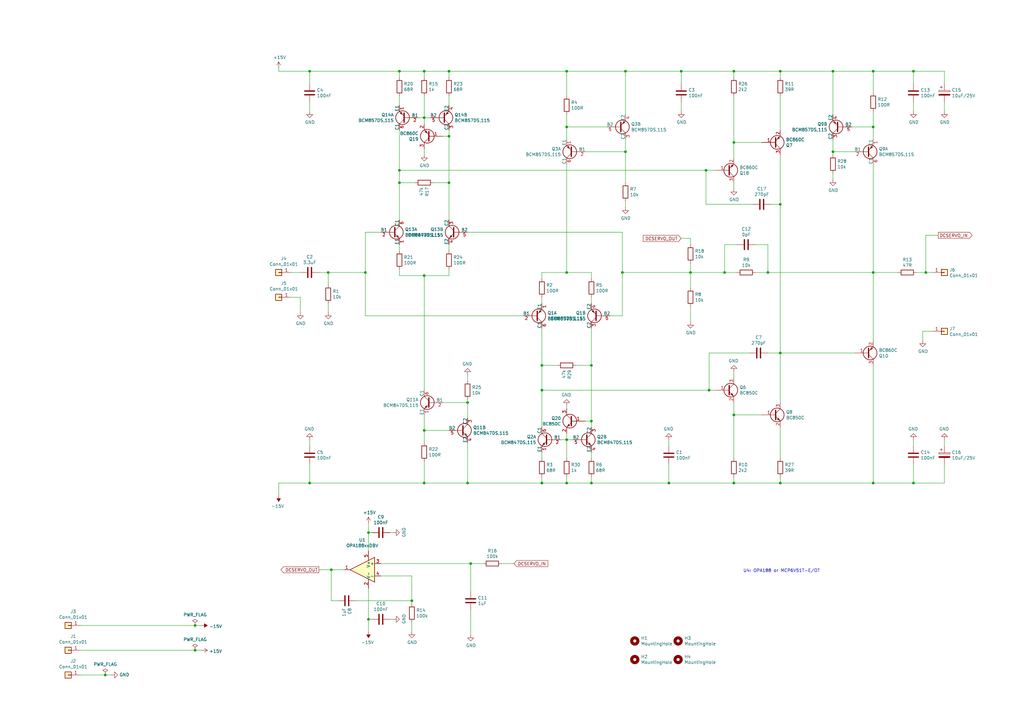
<source format=kicad_sch>
(kicad_sch (version 20211123) (generator eeschema)
  (paper "A3")
  (title_block (title "Discrete Pre-Amp Symetric with DC servo") (date "2021-07-28") (rev "V2b"))
  (lib_symbols
    (symbol "Amplifier_Operational:OPA188xxDBV" (pin_names (offset 0.127))
      (property "Reference" "U" (at 0 5.08 0))
      (property "Value" "OPA188xxDBV" (at 0 -5.08 0))
      (symbol "OPA188xxDBV_0_1"
        (polyline (pts (xy -5.08 5.08) (xy 5.08 0) (xy -5.08 -5.08) (xy -5.08 5.08)) (stroke (width 0.254)) (fill (type background)))
        (pin power_in line (at -2.54 -7.62 90) (length 3.81) (name "V-") (number "2"))
        (pin power_in line (at -2.54 7.62 270) (length 3.81) (name "V+") (number "5"))
      )
      (symbol "OPA188xxDBV_1_1"
        (pin output line (at 7.62 0 180) (length 2.54) (name "~") (number "1"))
        (pin input line (at -7.62 2.54 0) (length 2.54) (name "+") (number "3"))
        (pin input line (at -7.62 -2.54 0) (length 2.54) (name "-") (number "4"))
      )
    )
    (symbol "Connector_Generic:Conn_01x01" (pin_names (offset 1.016) hide)
      (property "Reference" "J" (at 0 2.54 0))
      (property "Value" "Conn_01x01" (at 0 -2.54 0))
      (symbol "Conn_01x01_1_1"
        (rectangle (start -1.27 0.127) (end 0 -0.127) (stroke (width 0.1524)))
        (rectangle (start -1.27 1.27) (end 1.27 -1.27) (stroke (width 0.254)) (fill (type background)))
        (pin passive line (at -5.08 0 0) (length 3.81) (name "Pin_1") (number "1"))
      )
    )
    (symbol "Device:C" (pin_numbers hide) (pin_names (offset 0.254))
      (property "Reference" "C" (at 0.635 2.54 0))
      (property "Value" "C" (at 0.635 -2.54 0))
      (symbol "C_0_1"
        (polyline (pts (xy -2.032 -0.762) (xy 2.032 -0.762)) (stroke (width 0.508)))
        (polyline (pts (xy -2.032 0.762) (xy 2.032 0.762)) (stroke (width 0.508)))
      )
      (symbol "C_1_1"
        (pin passive line (at 0 3.81 270) (length 2.794) (name "~") (number "1"))
        (pin passive line (at 0 -3.81 90) (length 2.794) (name "~") (number "2"))
      )
    )
    (symbol "Device:C_Polarized" (pin_numbers hide) (pin_names (offset 0.254))
      (property "Reference" "C" (at 0.635 2.54 0))
      (property "Value" "C_Polarized" (at 0.635 -2.54 0))
      (symbol "C_Polarized_0_1"
        (rectangle (start -2.286 0.508) (end 2.286 1.016))
        (polyline (pts (xy -1.778 2.286) (xy -0.762 2.286)))
        (polyline (pts (xy -1.27 2.794) (xy -1.27 1.778)))
        (rectangle (start 2.286 -0.508) (end -2.286 -1.016) (fill (type outline)))
      )
      (symbol "C_Polarized_1_1"
        (pin passive line (at 0 3.81 270) (length 2.794) (name "~") (number "1"))
        (pin passive line (at 0 -3.81 90) (length 2.794) (name "~") (number "2"))
      )
    )
    (symbol "Device:R" (pin_numbers hide) (pin_names (offset 0))
      (property "Reference" "R" (at 2.032 0 90))
      (property "Value" "R" (at 0 0 90))
      (symbol "R_0_1"
        (rectangle (start -1.016 -2.54) (end 1.016 2.54) (stroke (width 0.254)))
      )
      (symbol "R_1_1"
        (pin passive line (at 0 3.81 270) (length 1.27) (name "~") (number "1"))
        (pin passive line (at 0 -3.81 90) (length 1.27) (name "~") (number "2"))
      )
    )
    (symbol "Mechanical:MountingHole" (pin_names (offset 1.016))
      (property "Reference" "H" (at 0 5.08 0))
      (property "Value" "MountingHole" (at 0 3.175 0))
      (symbol "MountingHole_0_1"
        (circle (center 0 0) (radius 1.27) (stroke (width 1.27)))
      )
    )
    (symbol "Transistor_BJT:BC850" (pin_names (offset 0) hide)
      (property "Reference" "Q" (at 5.08 1.905 0))
      (property "Value" "BC850" (at 5.08 0 0))
      (symbol "BC850_0_1"
        (polyline (pts (xy 0.635 0.635) (xy 2.54 2.54)))
        (polyline (pts (xy 0.635 -0.635) (xy 2.54 -2.54) (xy 2.54 -2.54)))
        (polyline (pts (xy 0.635 1.905) (xy 0.635 -1.905) (xy 0.635 -1.905)) (stroke (width 0.508)))
        (polyline (pts (xy 1.27 -1.778) (xy 1.778 -1.27) (xy 2.286 -2.286) (xy 1.27 -1.778) (xy 1.27 -1.778)) (fill (type outline)))
        (circle (center 1.27 0) (radius 2.8194) (stroke (width 0.254)))
      )
      (symbol "BC850_1_1"
        (pin input line (at -5.08 0 0) (length 5.715) (name "B") (number "1"))
        (pin passive line (at 2.54 -5.08 90) (length 2.54) (name "E") (number "2"))
        (pin passive line (at 2.54 5.08 270) (length 2.54) (name "C") (number "3"))
      )
    )
    (symbol "Transistor_BJT:BC860" (pin_names (offset 0) hide)
      (property "Reference" "Q" (at 5.08 1.905 0))
      (property "Value" "BC860" (at 5.08 0 0))
      (symbol "BC860_0_1"
        (polyline (pts (xy 0.635 0.635) (xy 2.54 2.54)))
        (polyline (pts (xy 0.635 -0.635) (xy 2.54 -2.54) (xy 2.54 -2.54)))
        (polyline (pts (xy 0.635 1.905) (xy 0.635 -1.905) (xy 0.635 -1.905)) (stroke (width 0.508)))
        (polyline (pts (xy 2.286 -1.778) (xy 1.778 -2.286) (xy 1.27 -1.27) (xy 2.286 -1.778) (xy 2.286 -1.778)) (fill (type outline)))
        (circle (center 1.27 0) (radius 2.8194) (stroke (width 0.254)))
      )
      (symbol "BC860_1_1"
        (pin input line (at -5.08 0 0) (length 5.715) (name "B") (number "1"))
        (pin passive line (at 2.54 -5.08 90) (length 2.54) (name "E") (number "2"))
        (pin passive line (at 2.54 5.08 270) (length 2.54) (name "C") (number "3"))
      )
    )
    (symbol "kicad-snk:BCM847DS,115" (pin_names (offset 0))
      (property "Reference" "Q" (at 5.08 1.27 0))
      (property "Value" "BCM847DS,115" (at 5.08 -1.27 0))
      (symbol "BCM847DS,115_0_1"
        (polyline (pts (xy 0.635 0) (xy -2.54 0)))
        (polyline (pts (xy 0.635 0.635) (xy 2.54 2.54)))
        (polyline (pts (xy 0.635 -0.635) (xy 2.54 -2.54) (xy 2.54 -2.54)))
        (polyline (pts (xy 0.635 1.905) (xy 0.635 -1.905) (xy 0.635 -1.905)) (stroke (width 0.508)))
        (polyline (pts (xy 1.27 -1.778) (xy 1.778 -1.27) (xy 2.286 -2.286) (xy 1.27 -1.778) (xy 1.27 -1.778)) (fill (type outline)))
        (circle (center 1.27 0) (radius 2.8194) (stroke (width 0.254)))
      )
      (symbol "BCM847DS,115_1_1"
        (pin passive line (at 2.54 -5.08 90) (length 2.54) (name "E1") (number "1"))
        (pin input line (at -5.08 0 0) (length 2.54) (name "B1") (number "2"))
        (pin passive line (at 2.54 5.08 270) (length 2.54) (name "C1") (number "6"))
      )
      (symbol "BCM847DS,115_2_1"
        (pin passive line (at 2.54 5.08 270) (length 2.54) (name "C2") (number "3"))
        (pin passive line (at 2.54 -5.08 90) (length 2.54) (name "E2") (number "4"))
        (pin input line (at -5.08 0 0) (length 2.54) (name "B2") (number "5"))
      )
    )
    (symbol "kicad-snk:BCM857DS,115" (pin_names (offset 0))
      (property "Reference" "Q" (at 5.08 1.27 0))
      (property "Value" "BCM857DS,115" (at 5.08 -1.27 0))
      (symbol "BCM857DS,115_0_1"
        (polyline (pts (xy 0.635 0) (xy -2.54 0)))
        (polyline (pts (xy 0.635 0.635) (xy 2.54 2.54)))
        (polyline (pts (xy 0.635 -0.635) (xy 2.54 -2.54) (xy 2.54 -2.54)))
        (polyline (pts (xy 0.635 1.905) (xy 0.635 -1.905) (xy 0.635 -1.905)) (stroke (width 0.508)))
        (polyline (pts (xy 2.286 -1.778) (xy 1.778 -2.286) (xy 1.27 -1.27) (xy 2.286 -1.778) (xy 2.286 -1.778)) (fill (type outline)))
        (circle (center 1.27 0) (radius 2.8194) (stroke (width 0.254)))
      )
      (symbol "BCM857DS,115_1_1"
        (pin passive line (at 2.54 -5.08 90) (length 2.54) (name "E1") (number "1"))
        (pin input line (at -5.08 0 0) (length 2.54) (name "B1") (number "2"))
        (pin passive line (at 2.54 5.08 270) (length 2.54) (name "C1") (number "6"))
      )
      (symbol "BCM857DS,115_2_1"
        (pin passive line (at 2.54 5.08 270) (length 2.54) (name "C2") (number "3"))
        (pin passive line (at 2.54 -5.08 90) (length 2.54) (name "E2") (number "4"))
        (pin input line (at -5.08 0 0) (length 2.54) (name "B2") (number "5"))
      )
    )
    (symbol "power:+15V" (power) (pin_names (offset 0))
      (property "Value" "+15V" (at 0 3.556 0))
      (symbol "+15V_0_1"
        (polyline (pts (xy -0.762 1.27) (xy 0 2.54)))
        (polyline (pts (xy 0 0) (xy 0 2.54)))
        (polyline (pts (xy 0 2.54) (xy 0.762 1.27)))
      )
      (symbol "+15V_1_1"
        (pin power_in line (at 0 0 90) (length 0) hide (name "+15V") (number "1"))
      )
    )
    (symbol "power:-15V" (power) (pin_names (offset 0))
      (property "Value" "-15V" (at 0 3.81 0))
      (symbol "-15V_0_0"
        (pin power_in line (at 0 0 90) (length 0) hide (name "-15V") (number "1"))
      )
      (symbol "-15V_0_1"
        (polyline (pts (xy 0 0) (xy 0 1.27) (xy 0.762 1.27) (xy 0 2.54) (xy -0.762 1.27) (xy 0 1.27)) (fill (type outline)))
      )
    )
    (symbol "power:GND" (power) (pin_names (offset 0))
      (property "Value" "GND" (at 0 -3.81 0))
      (symbol "GND_0_1"
        (polyline (pts (xy 0 0) (xy 0 -1.27) (xy 1.27 -1.27) (xy 0 -2.54) (xy -1.27 -1.27) (xy 0 -1.27)))
      )
      (symbol "GND_1_1"
        (pin power_in line (at 0 0 270) (length 0) hide (name "GND") (number "1"))
      )
    )
    (symbol "power:PWR_FLAG" (power) (pin_numbers hide) (pin_names (offset 0) hide)
      (property "Value" "PWR_FLAG" (at 0 3.81 0))
      (symbol "PWR_FLAG_0_0"
        (pin power_out line (at 0 0 90) (length 0) (name "pwr") (number "1"))
      )
      (symbol "PWR_FLAG_0_1"
        (polyline (pts (xy 0 0) (xy 0 1.27) (xy -1.016 1.905) (xy 0 2.54) (xy 1.016 1.905) (xy 0 1.27)))
      )
    )
  )
  (junction (at 191.77 165.1))
  (junction (at 184.15 74.93))
  (junction (at 151.13 254))
  (junction (at 232.41 198.12))
  (junction (at 134.62 111.76))
  (junction (at 379.73 111.76))
  (junction (at 191.77 198.12))
  (junction (at 163.83 74.93))
  (junction (at 193.04 231.14))
  (junction (at 290.83 160.02))
  (junction (at 341.63 29.21))
  (junction (at 242.57 149.86))
  (junction (at 173.99 48.26))
  (junction (at 374.65 198.12))
  (junction (at 242.57 172.72))
  (junction (at 80.01 266.7))
  (junction (at 222.25 160.02))
  (junction (at 184.15 55.88))
  (junction (at 300.99 170.18))
  (junction (at 184.15 29.21))
  (junction (at 358.14 198.12))
  (junction (at 358.14 52.07))
  (junction (at 232.41 52.07))
  (junction (at 320.04 83.82))
  (junction (at 43.18 276.86))
  (junction (at 320.04 198.12))
  (junction (at 255.27 111.76))
  (junction (at 297.18 111.76))
  (junction (at 163.83 29.21))
  (junction (at 149.86 111.76))
  (junction (at 314.96 111.76))
  (junction (at 256.54 62.23))
  (junction (at 232.41 111.76))
  (junction (at 232.41 180.34))
  (junction (at 135.89 233.68))
  (junction (at 279.4 29.21))
  (junction (at 222.25 198.12))
  (junction (at 320.04 144.78))
  (junction (at 168.91 246.38))
  (junction (at 300.99 198.12))
  (junction (at 173.99 176.53))
  (junction (at 320.04 29.21))
  (junction (at 289.56 69.85))
  (junction (at 300.99 29.21))
  (junction (at 173.99 113.03))
  (junction (at 173.99 29.21))
  (junction (at 358.14 29.21))
  (junction (at 374.65 29.21))
  (junction (at 222.25 149.86))
  (junction (at 274.32 198.12))
  (junction (at 256.54 29.21))
  (junction (at 127 198.12))
  (junction (at 300.99 58.42))
  (junction (at 242.57 198.12))
  (junction (at 173.99 198.12))
  (junction (at 151.13 218.44))
  (junction (at 163.83 69.85))
  (junction (at 127 29.21))
  (junction (at 358.14 111.76))
  (junction (at 232.41 29.21))
  (junction (at 341.63 62.23))
  (junction (at 80.01 256.54))
  (junction (at 283.21 111.76))
  (wire (pts (xy 232.41 198.12) (xy 222.25 198.12)))
  (wire (pts (xy 149.86 95.25) (xy 156.21 95.25)))
  (wire (pts (xy 387.35 182.88) (xy 387.35 180.34)))
  (wire (pts (xy 320.04 198.12) (xy 358.14 198.12)))
  (wire (pts (xy 242.57 124.46) (xy 242.57 121.92)))
  (wire (pts (xy 163.83 74.93) (xy 163.83 90.17)))
  (wire (pts (xy 214.63 129.54) (xy 149.86 129.54)))
  (wire (pts (xy 283.21 111.76) (xy 297.18 111.76)))
  (wire (pts (xy 312.42 170.18) (xy 300.99 170.18)))
  (wire (pts (xy 184.15 53.34) (xy 184.15 55.88)))
  (wire (pts (xy 135.89 246.38) (xy 135.89 233.68)))
  (wire (pts (xy 256.54 29.21) (xy 279.4 29.21)))
  (wire (pts (xy 114.3 203.2) (xy 114.3 198.12)))
  (wire (pts (xy 358.14 29.21) (xy 374.65 29.21)))
  (wire (pts (xy 232.41 195.58) (xy 232.41 198.12)))
  (wire (pts (xy 302.26 100.33) (xy 297.18 100.33)))
  (wire (pts (xy 184.15 113.03) (xy 173.99 113.03)))
  (wire (pts (xy 163.83 29.21) (xy 163.83 31.75)))
  (wire (pts (xy 314.96 100.33) (xy 314.96 111.76)))
  (wire (pts (xy 341.63 29.21) (xy 358.14 29.21)))
  (wire (pts (xy 307.34 144.78) (xy 290.83 144.78)))
  (wire (pts (xy 193.04 231.14) (xy 198.12 231.14)))
  (wire (pts (xy 127 34.29) (xy 127 29.21)))
  (wire (pts (xy 379.73 96.52) (xy 379.73 111.76)))
  (wire (pts (xy 173.99 48.26) (xy 176.53 48.26)))
  (wire (pts (xy 384.81 96.52) (xy 379.73 96.52)))
  (wire (pts (xy 242.57 187.96) (xy 242.57 185.42)))
  (wire (pts (xy 191.77 165.1) (xy 191.77 171.45)))
  (wire (pts (xy 358.14 52.07) (xy 349.25 52.07)))
  (wire (pts (xy 149.86 111.76) (xy 149.86 95.25)))
  (wire (pts (xy 191.77 181.61) (xy 191.77 198.12)))
  (wire (pts (xy 232.41 52.07) (xy 232.41 46.99)))
  (wire (pts (xy 184.15 176.53) (xy 173.99 176.53)))
  (wire (pts (xy 358.14 52.07) (xy 358.14 57.15)))
  (wire (pts (xy 274.32 198.12) (xy 300.99 198.12)))
  (wire (pts (xy 289.56 69.85) (xy 289.56 83.82)))
  (wire (pts (xy 170.18 74.93) (xy 163.83 74.93)))
  (wire (pts (xy 242.57 114.3) (xy 242.57 111.76)))
  (wire (pts (xy 300.99 170.18) (xy 300.99 187.96)))
  (wire (pts (xy 173.99 176.53) (xy 173.99 170.18)))
  (wire (pts (xy 297.18 111.76) (xy 302.26 111.76)))
  (wire (pts (xy 80.01 256.54) (xy 82.55 256.54)))
  (wire (pts (xy 184.15 29.21) (xy 184.15 31.75)))
  (wire (pts (xy 320.04 63.5) (xy 320.04 83.82)))
  (wire (pts (xy 191.77 156.21) (xy 191.77 153.67)))
  (wire (pts (xy 130.81 111.76) (xy 134.62 111.76)))
  (wire (pts (xy 242.57 198.12) (xy 242.57 195.58)))
  (wire (pts (xy 232.41 29.21) (xy 256.54 29.21)))
  (wire (pts (xy 130.81 233.68) (xy 135.89 233.68)))
  (wire (pts (xy 184.15 29.21) (xy 232.41 29.21)))
  (wire (pts (xy 379.73 111.76) (xy 382.27 111.76)))
  (wire (pts (xy 163.83 102.87) (xy 163.83 100.33)))
  (wire (pts (xy 161.29 254) (xy 160.02 254)))
  (wire (pts (xy 374.65 34.29) (xy 374.65 29.21)))
  (wire (pts (xy 358.14 38.1) (xy 358.14 29.21)))
  (wire (pts (xy 134.62 111.76) (xy 149.86 111.76)))
  (wire (pts (xy 232.41 180.34) (xy 232.41 177.8)))
  (wire (pts (xy 255.27 111.76) (xy 255.27 129.54)))
  (wire (pts (xy 232.41 57.15) (xy 232.41 52.07)))
  (wire (pts (xy 236.22 149.86) (xy 242.57 149.86)))
  (wire (pts (xy 123.19 128.27) (xy 123.19 121.92)))
  (wire (pts (xy 184.15 102.87) (xy 184.15 100.33)))
  (wire (pts (xy 341.63 63.5) (xy 341.63 62.23)))
  (wire (pts (xy 387.35 29.21) (xy 374.65 29.21)))
  (wire (pts (xy 173.99 31.75) (xy 173.99 29.21)))
  (wire (pts (xy 33.02 256.54) (xy 80.01 256.54)))
  (wire (pts (xy 387.35 198.12) (xy 374.65 198.12)))
  (wire (pts (xy 173.99 63.5) (xy 173.99 60.96)))
  (wire (pts (xy 300.99 154.94) (xy 300.99 152.4)))
  (wire (pts (xy 242.57 198.12) (xy 232.41 198.12)))
  (wire (pts (xy 341.63 73.66) (xy 341.63 71.12)))
  (wire (pts (xy 222.25 134.62) (xy 222.25 149.86)))
  (wire (pts (xy 163.83 113.03) (xy 163.83 110.49)))
  (wire (pts (xy 314.96 144.78) (xy 320.04 144.78)))
  (wire (pts (xy 222.25 160.02) (xy 290.83 160.02)))
  (wire (pts (xy 151.13 241.3) (xy 151.13 254)))
  (wire (pts (xy 274.32 198.12) (xy 274.32 190.5)))
  (wire (pts (xy 293.37 160.02) (xy 290.83 160.02)))
  (wire (pts (xy 242.57 172.72) (xy 242.57 175.26)))
  (wire (pts (xy 152.4 218.44) (xy 151.13 218.44)))
  (wire (pts (xy 222.25 111.76) (xy 232.41 111.76)))
  (wire (pts (xy 374.65 45.72) (xy 374.65 41.91)))
  (wire (pts (xy 358.14 52.07) (xy 358.14 45.72)))
  (wire (pts (xy 358.14 111.76) (xy 358.14 139.7)))
  (wire (pts (xy 256.54 74.93) (xy 256.54 62.23)))
  (wire (pts (xy 256.54 62.23) (xy 256.54 57.15)))
  (wire (pts (xy 300.99 170.18) (xy 300.99 165.1)))
  (wire (pts (xy 358.14 149.86) (xy 358.14 198.12)))
  (wire (pts (xy 320.04 83.82) (xy 320.04 144.78)))
  (wire (pts (xy 184.15 43.18) (xy 184.15 39.37)))
  (wire (pts (xy 161.29 218.44) (xy 160.02 218.44)))
  (wire (pts (xy 300.99 39.37) (xy 300.99 58.42)))
  (wire (pts (xy 320.04 39.37) (xy 320.04 53.34)))
  (wire (pts (xy 358.14 198.12) (xy 374.65 198.12)))
  (wire (pts (xy 255.27 95.25) (xy 255.27 111.76)))
  (wire (pts (xy 163.83 69.85) (xy 163.83 74.93)))
  (wire (pts (xy 191.77 198.12) (xy 222.25 198.12)))
  (wire (pts (xy 114.3 29.21) (xy 127 29.21)))
  (wire (pts (xy 43.18 276.86) (xy 45.72 276.86)))
  (wire (pts (xy 248.92 52.07) (xy 232.41 52.07)))
  (wire (pts (xy 232.41 180.34) (xy 229.87 180.34)))
  (wire (pts (xy 184.15 55.88) (xy 184.15 74.93)))
  (wire (pts (xy 300.99 31.75) (xy 300.99 29.21)))
  (wire (pts (xy 283.21 97.79) (xy 279.4 97.79)))
  (wire (pts (xy 256.54 46.99) (xy 256.54 29.21)))
  (wire (pts (xy 300.99 198.12) (xy 320.04 198.12)))
  (wire (pts (xy 293.37 69.85) (xy 289.56 69.85)))
  (wire (pts (xy 279.4 34.29) (xy 279.4 29.21)))
  (wire (pts (xy 232.41 39.37) (xy 232.41 29.21)))
  (wire (pts (xy 300.99 58.42) (xy 300.99 64.77)))
  (wire (pts (xy 283.21 100.33) (xy 283.21 97.79)))
  (wire (pts (xy 173.99 29.21) (xy 184.15 29.21)))
  (wire (pts (xy 320.04 29.21) (xy 341.63 29.21)))
  (wire (pts (xy 255.27 95.25) (xy 191.77 95.25)))
  (wire (pts (xy 163.83 43.18) (xy 163.83 39.37)))
  (wire (pts (xy 173.99 39.37) (xy 173.99 48.26)))
  (wire (pts (xy 127 29.21) (xy 163.83 29.21)))
  (wire (pts (xy 283.21 125.73) (xy 283.21 132.08)))
  (wire (pts (xy 181.61 165.1) (xy 191.77 165.1)))
  (wire (pts (xy 309.88 111.76) (xy 314.96 111.76)))
  (wire (pts (xy 163.83 69.85) (xy 289.56 69.85)))
  (wire (pts (xy 255.27 111.76) (xy 283.21 111.76)))
  (wire (pts (xy 138.43 246.38) (xy 135.89 246.38)))
  (wire (pts (xy 114.3 29.21) (xy 114.3 27.94)))
  (wire (pts (xy 320.04 29.21) (xy 300.99 29.21)))
  (wire (pts (xy 151.13 214.63) (xy 151.13 218.44)))
  (wire (pts (xy 193.04 260.35) (xy 193.04 250.19)))
  (wire (pts (xy 350.52 144.78) (xy 320.04 144.78)))
  (wire (pts (xy 308.61 83.82) (xy 289.56 83.82)))
  (wire (pts (xy 374.65 198.12) (xy 374.65 190.5)))
  (wire (pts (xy 151.13 218.44) (xy 151.13 226.06)))
  (wire (pts (xy 279.4 29.21) (xy 300.99 29.21)))
  (wire (pts (xy 320.04 31.75) (xy 320.04 29.21)))
  (wire (pts (xy 283.21 107.95) (xy 283.21 111.76)))
  (wire (pts (xy 234.95 180.34) (xy 232.41 180.34)))
  (wire (pts (xy 181.61 55.88) (xy 184.15 55.88)))
  (wire (pts (xy 300.99 195.58) (xy 300.99 198.12)))
  (wire (pts (xy 300.99 77.47) (xy 300.99 74.93)))
  (wire (pts (xy 222.25 124.46) (xy 222.25 121.92)))
  (wire (pts (xy 168.91 236.22) (xy 156.21 236.22)))
  (wire (pts (xy 242.57 134.62) (xy 242.57 149.86)))
  (wire (pts (xy 173.99 160.02) (xy 173.99 113.03)))
  (wire (pts (xy 173.99 48.26) (xy 171.45 48.26)))
  (wire (pts (xy 114.3 198.12) (xy 127 198.12)))
  (wire (pts (xy 134.62 116.84) (xy 134.62 111.76)))
  (wire (pts (xy 127 198.12) (xy 173.99 198.12)))
  (wire (pts (xy 320.04 144.78) (xy 320.04 165.1)))
  (wire (pts (xy 312.42 58.42) (xy 300.99 58.42)))
  (wire (pts (xy 240.03 62.23) (xy 256.54 62.23)))
  (wire (pts (xy 163.83 53.34) (xy 163.83 69.85)))
  (wire (pts (xy 152.4 254) (xy 151.13 254)))
  (wire (pts (xy 232.41 187.96) (xy 232.41 180.34)))
  (wire (pts (xy 163.83 29.21) (xy 173.99 29.21)))
  (wire (pts (xy 205.74 231.14) (xy 210.82 231.14)))
  (wire (pts (xy 193.04 242.57) (xy 193.04 231.14)))
  (wire (pts (xy 387.35 34.29) (xy 387.35 29.21)))
  (wire (pts (xy 222.25 187.96) (xy 222.25 185.42)))
  (wire (pts (xy 387.35 41.91) (xy 387.35 45.72)))
  (wire (pts (xy 316.23 83.82) (xy 320.04 83.82)))
  (wire (pts (xy 168.91 255.27) (xy 168.91 259.08)))
  (wire (pts (xy 149.86 129.54) (xy 149.86 111.76)))
  (wire (pts (xy 320.04 175.26) (xy 320.04 187.96)))
  (wire (pts (xy 358.14 111.76) (xy 368.3 111.76)))
  (wire (pts (xy 279.4 45.72) (xy 279.4 41.91)))
  (wire (pts (xy 184.15 113.03) (xy 184.15 110.49)))
  (wire (pts (xy 173.99 189.23) (xy 173.99 198.12)))
  (wire (pts (xy 33.02 276.86) (xy 43.18 276.86)))
  (wire (pts (xy 168.91 246.38) (xy 168.91 236.22)))
  (wire (pts (xy 283.21 111.76) (xy 283.21 118.11)))
  (wire (pts (xy 387.35 198.12) (xy 387.35 190.5)))
  (wire (pts (xy 297.18 100.33) (xy 297.18 111.76)))
  (wire (pts (xy 341.63 62.23) (xy 341.63 57.15)))
  (wire (pts (xy 341.63 46.99) (xy 341.63 29.21)))
  (wire (pts (xy 134.62 128.27) (xy 134.62 124.46)))
  (wire (pts (xy 290.83 144.78) (xy 290.83 160.02)))
  (wire (pts (xy 232.41 67.31) (xy 232.41 111.76)))
  (wire (pts (xy 374.65 182.88) (xy 374.65 180.34)))
  (wire (pts (xy 33.02 266.7) (xy 80.01 266.7)))
  (wire (pts (xy 191.77 163.83) (xy 191.77 165.1)))
  (wire (pts (xy 382.27 135.89) (xy 378.46 135.89)))
  (wire (pts (xy 173.99 50.8) (xy 173.99 48.26)))
  (wire (pts (xy 222.25 114.3) (xy 222.25 111.76)))
  (wire (pts (xy 127 45.72) (xy 127 41.91)))
  (wire (pts (xy 358.14 67.31) (xy 358.14 111.76)))
  (wire (pts (xy 127 182.88) (xy 127 180.34)))
  (wire (pts (xy 156.21 231.14) (xy 193.04 231.14)))
  (wire (pts (xy 232.41 111.76) (xy 242.57 111.76)))
  (wire (pts (xy 177.8 74.93) (xy 184.15 74.93)))
  (wire (pts (xy 228.6 149.86) (xy 222.25 149.86)))
  (wire (pts (xy 232.41 167.64) (xy 232.41 166.37)))
  (wire (pts (xy 151.13 254) (xy 151.13 259.08)))
  (wire (pts (xy 320.04 198.12) (xy 320.04 195.58)))
  (wire (pts (xy 242.57 149.86) (xy 242.57 172.72)))
  (wire (pts (xy 274.32 182.88) (xy 274.32 180.34)))
  (wire (pts (xy 222.25 198.12) (xy 222.25 195.58)))
  (wire (pts (xy 250.19 129.54) (xy 255.27 129.54)))
  (wire (pts (xy 242.57 198.12) (xy 274.32 198.12)))
  (wire (pts (xy 119.38 111.76) (xy 123.19 111.76)))
  (wire (pts (xy 256.54 85.09) (xy 256.54 82.55)))
  (wire (pts (xy 375.92 111.76) (xy 379.73 111.76)))
  (wire (pts (xy 378.46 139.7) (xy 378.46 135.89)))
  (wire (pts (xy 242.57 172.72) (xy 240.03 172.72)))
  (wire (pts (xy 173.99 181.61) (xy 173.99 176.53)))
  (wire (pts (xy 309.88 100.33) (xy 314.96 100.33)))
  (wire (pts (xy 135.89 233.68) (xy 140.97 233.68)))
  (wire (pts (xy 123.19 121.92) (xy 119.38 121.92)))
  (wire (pts (xy 184.15 74.93) (xy 184.15 90.17)))
  (wire (pts (xy 80.01 266.7) (xy 82.55 266.7)))
  (wire (pts (xy 127 198.12) (xy 127 190.5)))
  (wire (pts (xy 168.91 247.65) (xy 168.91 246.38)))
  (wire (pts (xy 173.99 198.12) (xy 191.77 198.12)))
  (wire (pts (xy 222.25 160.02) (xy 222.25 175.26)))
  (wire (pts (xy 173.99 113.03) (xy 163.83 113.03)))
  (wire (pts (xy 222.25 149.86) (xy 222.25 160.02)))
  (wire (pts (xy 146.05 246.38) (xy 168.91 246.38)))
  (wire (pts (xy 314.96 111.76) (xy 358.14 111.76)))
  (wire (pts (xy 350.52 62.23) (xy 341.63 62.23)))
  (text "U4: OPA188 or MCP6V51T-E/OT\n" (at 304.8 234.95 0) (effects (font (size 1.27 1.27)) (justify left bottom)))
  (global_label "DCSERVO_IN" (shape input) (at 210.82 231.14 0) (property "Intersheet References" "${INTERSHEET_REFS}" (effects hide)))
  (global_label "DCSERVO_OUT" (shape output) (at 130.81 233.68 180) (property "Intersheet References" "${INTERSHEET_REFS}" (effects hide)))
  (global_label "DCSERVO_IN" (shape output) (at 384.81 96.52 0) (property "Intersheet References" "${INTERSHEET_REFS}" (effects hide)))
  (global_label "DCSERVO_OUT" (shape input) (at 279.4 97.79 180) (property "Intersheet References" "${INTERSHEET_REFS}" (effects hide)))
  (symbol (lib_id "Device:R") (at 242.57 191.77 0) (unit 1)
    (property "Reference" "R6" (at 244.348 190.6016 0) (effects (justify left)))
    (property "Value" "68R" (at 244.348 192.913 0) (effects (justify left)))
    (property "Footprint" "Resistor_SMD:R_0805_2012Metric_Pad1.20x1.40mm_HandSolder" (effects hide))
  )
  (symbol (lib_id "Device:C") (at 127 111.76 270) (unit 1)
    (property "Reference" "C2" (at 127 105.3592 90))
    (property "Value" "3.3uF" (at 127 107.6706 90))
    (property "Footprint" "Capacitor_THT:C_Rect_L7.2mm_W7.2mm_P5.00mm_FKS2_FKP2_MKS2_MKP2" (effects hide))
  )
  (symbol (lib_id "power:GND") (at 134.62 128.27 0) (unit 1)
    (property "Reference" "#PWR09" (effects hide))
    (property "Value" "GND" (at 134.747 132.6642 0))
  )
  (symbol (lib_id "Device:R") (at 222.25 191.77 0) (unit 1)
    (property "Reference" "R3" (at 224.028 190.6016 0) (effects (justify left)))
    (property "Value" "68R" (at 224.028 192.913 0) (effects (justify left)))
    (property "Footprint" "Resistor_SMD:R_0805_2012Metric_Pad1.20x1.40mm_HandSolder" (effects hide))
  )
  (symbol (lib_id "Device:R") (at 134.62 120.65 0) (unit 1)
    (property "Reference" "R1" (at 136.398 119.4816 0) (effects (justify left)))
    (property "Value" "10k" (at 136.398 121.793 0) (effects (justify left)))
    (property "Footprint" "Resistor_SMD:R_0805_2012Metric_Pad1.20x1.40mm_HandSolder" (effects hide))
  )
  (symbol (lib_id "Device:R") (at 283.21 121.92 0) (unit 1)
    (property "Reference" "R8" (at 284.988 120.7516 0) (effects (justify left)))
    (property "Value" "10k" (at 284.988 123.063 0) (effects (justify left)))
    (property "Footprint" "Resistor_SMD:R_0805_2012Metric_Pad1.20x1.40mm_HandSolder" (effects hide))
  )
  (symbol (lib_id "Device:R") (at 306.07 111.76 270) (unit 1)
    (property "Reference" "R9" (at 306.07 106.5022 90))
    (property "Value" "10k" (at 306.07 108.8136 90))
    (property "Footprint" "Resistor_SMD:R_0805_2012Metric_Pad1.20x1.40mm_HandSolder" (effects hide))
  )
  (symbol (lib_id "Device:R") (at 222.25 118.11 0) (unit 1)
    (property "Reference" "R2" (at 224.028 116.9416 0) (effects (justify left)))
    (property "Value" "100R" (at 224.028 119.253 0) (effects (justify left)))
    (property "Footprint" "Resistor_SMD:R_0805_2012Metric_Pad1.20x1.40mm_HandSolder" (effects hide))
  )
  (symbol (lib_id "Device:R") (at 242.57 118.11 0) (unit 1)
    (property "Reference" "R5" (at 244.348 116.9416 0) (effects (justify left)))
    (property "Value" "100R" (at 244.348 119.253 0) (effects (justify left)))
    (property "Footprint" "Resistor_SMD:R_0805_2012Metric_Pad1.20x1.40mm_HandSolder" (effects hide))
  )
  (symbol (lib_id "Device:R") (at 232.41 43.18 0) (unit 1)
    (property "Reference" "R4" (at 234.188 42.0116 0) (effects (justify left)))
    (property "Value" "100R" (at 234.188 44.323 0) (effects (justify left)))
    (property "Footprint" "Resistor_SMD:R_0805_2012Metric_Pad1.20x1.40mm_HandSolder" (effects hide))
  )
  (symbol (lib_id "Device:R") (at 256.54 78.74 0) (unit 1)
    (property "Reference" "R7" (at 258.318 77.5716 0) (effects (justify left)))
    (property "Value" "10k" (at 258.318 79.883 0) (effects (justify left)))
    (property "Footprint" "Resistor_SMD:R_0805_2012Metric_Pad1.20x1.40mm_HandSolder" (effects hide))
  )
  (symbol (lib_id "Transistor_BJT:BC860") (at 317.5 58.42 0) (mirror x) (unit 1)
    (property "Reference" "Q7" (at 322.3514 59.5884 0) (effects (justify left)))
    (property "Value" "BC860C" (at 322.3514 57.277 0) (effects (justify left)))
    (property "Footprint" "Package_TO_SOT_SMD:SOT-23" (effects hide))
    (property "Datasheet" "http://www.infineon.com/dgdl/Infineon-BC857SERIES_BC858SERIES_BC859SERIES_BC860SERIES-DS-v01_01-en.pdf?fileId=db3a304314dca389011541da0e3a1661" (effects hide))
  )
  (symbol (lib_id "Device:R") (at 320.04 35.56 0) (unit 1)
    (property "Reference" "R11" (at 321.818 34.3916 0) (effects (justify left)))
    (property "Value" "39R" (at 321.818 36.703 0) (effects (justify left)))
    (property "Footprint" "Resistor_SMD:R_0805_2012Metric_Pad1.20x1.40mm_HandSolder" (effects hide))
  )
  (symbol (lib_id "Device:R") (at 358.14 41.91 0) (unit 1)
    (property "Reference" "R12" (at 359.918 40.7416 0) (effects (justify left)))
    (property "Value" "100R" (at 359.918 43.053 0) (effects (justify left)))
    (property "Footprint" "Resistor_SMD:R_0805_2012Metric_Pad1.20x1.40mm_HandSolder" (effects hide))
  )
  (symbol (lib_id "Transistor_BJT:BC850") (at 298.45 160.02 0) (unit 1)
    (property "Reference" "Q6" (at 303.3014 158.8516 0) (effects (justify left)))
    (property "Value" "BC850C" (at 303.3014 161.163 0) (effects (justify left)))
    (property "Footprint" "Package_TO_SOT_SMD:SOT-23" (effects hide))
    (property "Datasheet" "http://www.infineon.com/dgdl/Infineon-BC847SERIES_BC848SERIES_BC849SERIES_BC850SERIES-DS-v01_01-en.pdf?fileId=db3a304314dca389011541d4630a1657" (effects hide))
  )
  (symbol (lib_id "Transistor_BJT:BC850") (at 317.5 170.18 0) (unit 1)
    (property "Reference" "Q8" (at 322.3514 169.0116 0) (effects (justify left)))
    (property "Value" "BC850C" (at 322.3514 171.323 0) (effects (justify left)))
    (property "Footprint" "Package_TO_SOT_SMD:SOT-23" (effects hide))
    (property "Datasheet" "http://www.infineon.com/dgdl/Infineon-BC847SERIES_BC848SERIES_BC849SERIES_BC850SERIES-DS-v01_01-en.pdf?fileId=db3a304314dca389011541d4630a1657" (effects hide))
  )
  (symbol (lib_id "Device:R") (at 300.99 191.77 0) (unit 1)
    (property "Reference" "R10" (at 302.768 190.6016 0) (effects (justify left)))
    (property "Value" "2k2" (at 302.768 192.913 0) (effects (justify left)))
    (property "Footprint" "Resistor_SMD:R_0805_2012Metric_Pad1.20x1.40mm_HandSolder" (effects hide))
  )
  (symbol (lib_id "Transistor_BJT:BC860") (at 355.6 144.78 0) (mirror x) (unit 1)
    (property "Reference" "Q10" (at 360.4514 145.9484 0) (effects (justify left)))
    (property "Value" "BC860C" (at 360.4514 143.637 0) (effects (justify left)))
    (property "Footprint" "Package_TO_SOT_SMD:SOT-23" (effects hide))
    (property "Datasheet" "http://www.infineon.com/dgdl/Infineon-BC857SERIES_BC858SERIES_BC859SERIES_BC860SERIES-DS-v01_01-en.pdf?fileId=db3a304314dca389011541da0e3a1661" (effects hide))
  )
  (symbol (lib_id "power:GND") (at 283.21 132.08 0) (unit 1)
    (property "Reference" "#PWR013" (effects hide))
    (property "Value" "GND" (at 283.337 136.4742 0))
  )
  (symbol (lib_id "Device:C") (at 311.15 144.78 270) (unit 1)
    (property "Reference" "C7" (at 311.15 138.3792 90))
    (property "Value" "270pF" (at 311.15 140.6906 90))
    (property "Footprint" "Capacitor_SMD:C_0805_2012Metric_Pad1.18x1.45mm_HandSolder" (effects hide))
  )
  (symbol (lib_id "power:GND") (at 300.99 152.4 180) (unit 1)
    (property "Reference" "#PWR014" (effects hide))
    (property "Value" "GND" (at 300.863 148.0058 0))
  )
  (symbol (lib_id "power:GND") (at 123.19 128.27 0) (unit 1)
    (property "Reference" "#PWR04" (effects hide))
    (property "Value" "GND" (at 123.317 132.6642 0))
  )
  (symbol (lib_id "Mechanical:MountingHole") (at 260.35 262.89 0) (unit 1)
    (property "Reference" "H1" (at 262.89 261.7216 0) (effects (justify left)))
    (property "Value" "MountingHole" (at 262.89 264.033 0) (effects (justify left)))
    (property "Footprint" "MountingHole:MountingHole_3.2mm_M3" (effects hide))
  )
  (symbol (lib_id "Mechanical:MountingHole") (at 278.13 262.89 0) (unit 1)
    (property "Reference" "H3" (at 280.67 261.7216 0) (effects (justify left)))
    (property "Value" "MountingHole" (at 280.67 264.033 0) (effects (justify left)))
    (property "Footprint" "MountingHole:MountingHole_3.2mm_M3" (effects hide))
  )
  (symbol (lib_id "Mechanical:MountingHole") (at 260.35 270.51 0) (unit 1)
    (property "Reference" "H2" (at 262.89 269.3416 0) (effects (justify left)))
    (property "Value" "MountingHole" (at 262.89 271.653 0) (effects (justify left)))
    (property "Footprint" "MountingHole:MountingHole_3.2mm_M3" (effects hide))
  )
  (symbol (lib_id "Mechanical:MountingHole") (at 278.13 270.51 0) (unit 1)
    (property "Reference" "H4" (at 280.67 269.3416 0) (effects (justify left)))
    (property "Value" "MountingHole" (at 280.67 271.653 0) (effects (justify left)))
    (property "Footprint" "MountingHole:MountingHole_3.2mm_M3" (effects hide))
  )
  (symbol (lib_id "Connector_Generic:Conn_01x01") (at 114.3 111.76 180) (unit 1)
    (property "Reference" "J4" (at 116.3828 106.045 0))
    (property "Value" "Conn_01x01" (at 116.3828 108.3564 0))
    (property "Footprint" "Connector_Pin:Pin_D1.0mm_L10.0mm" (effects hide))
  )
  (symbol (lib_id "Connector_Generic:Conn_01x01") (at 114.3 121.92 180) (unit 1)
    (property "Reference" "J5" (at 116.3828 116.205 0))
    (property "Value" "Conn_01x01" (at 116.3828 118.5164 0))
    (property "Footprint" "Connector_Pin:Pin_D1.0mm_L10.0mm" (effects hide))
  )
  (symbol (lib_id "power:GND") (at 256.54 85.09 0) (unit 1)
    (property "Reference" "#PWR012" (effects hide))
    (property "Value" "GND" (at 256.667 89.4842 0))
  )
  (symbol (lib_id "power:+15V") (at 114.3 27.94 0) (unit 1)
    (property "Reference" "#PWR05" (effects hide))
    (property "Value" "+15V" (at 114.681 23.5458 0))
  )
  (symbol (lib_id "power:-15V") (at 114.3 203.2 180) (unit 1)
    (property "Reference" "#PWR08" (effects hide))
    (property "Value" "-15V" (at 113.919 207.5942 0))
  )
  (symbol (lib_id "Connector_Generic:Conn_01x01") (at 387.35 111.76 0) (unit 1)
    (property "Reference" "J6" (at 389.382 110.6932 0) (effects (justify left)))
    (property "Value" "Conn_01x01" (at 389.382 113.0046 0) (effects (justify left)))
    (property "Footprint" "Connector_Pin:Pin_D1.0mm_L10.0mm" (effects hide))
  )
  (symbol (lib_id "Connector_Generic:Conn_01x01") (at 387.35 135.89 0) (unit 1)
    (property "Reference" "J7" (at 389.382 134.8232 0) (effects (justify left)))
    (property "Value" "Conn_01x01" (at 389.382 137.1346 0) (effects (justify left)))
    (property "Footprint" "Connector_Pin:Pin_D1.0mm_L10.0mm" (effects hide))
  )
  (symbol (lib_id "Connector_Generic:Conn_01x01") (at 27.94 266.7 180) (unit 1)
    (property "Reference" "J1" (at 30.0228 260.985 0))
    (property "Value" "Conn_01x01" (at 30.0228 263.2964 0))
    (property "Footprint" "Connector_Pin:Pin_D1.0mm_L10.0mm" (effects hide))
  )
  (symbol (lib_id "Connector_Generic:Conn_01x01") (at 27.94 276.86 180) (unit 1)
    (property "Reference" "J2" (at 30.0228 271.145 0))
    (property "Value" "Conn_01x01" (at 30.0228 273.4564 0))
    (property "Footprint" "Connector_Pin:Pin_D1.0mm_L10.0mm" (effects hide))
  )
  (symbol (lib_id "Connector_Generic:Conn_01x01") (at 27.94 256.54 180) (unit 1)
    (property "Reference" "J3" (at 30.0228 250.825 0))
    (property "Value" "Conn_01x01" (at 30.0228 253.1364 0))
    (property "Footprint" "Connector_Pin:Pin_D1.0mm_L10.0mm" (effects hide))
  )
  (symbol (lib_id "power:GND") (at 45.72 276.86 90) (unit 1)
    (property "Reference" "#PWR02" (effects hide))
    (property "Value" "GND" (at 48.9712 276.733 90) (effects (justify right)))
  )
  (symbol (lib_id "power:+15V") (at 82.55 266.7 270) (unit 1)
    (property "Reference" "#PWR01" (effects hide))
    (property "Value" "+15V" (at 85.8012 267.081 90) (effects (justify left)))
  )
  (symbol (lib_id "Device:C") (at 127 186.69 180) (unit 1)
    (property "Reference" "C5" (at 129.921 185.5216 0) (effects (justify right)))
    (property "Value" "100nF" (at 129.921 187.833 0) (effects (justify right)))
    (property "Footprint" "Capacitor_SMD:C_1210_3225Metric_Pad1.33x2.70mm_HandSolder" (effects hide))
  )
  (symbol (lib_id "power:GND") (at 127 180.34 180) (unit 1)
    (property "Reference" "#PWR011" (effects hide))
    (property "Value" "GND" (at 126.873 175.9458 0))
  )
  (symbol (lib_id "Device:R") (at 372.11 111.76 270) (unit 1)
    (property "Reference" "R13" (at 372.11 106.5022 90))
    (property "Value" "47R" (at 372.11 108.8136 90))
    (property "Footprint" "Resistor_SMD:R_0805_2012Metric_Pad1.20x1.40mm_HandSolder" (effects hide))
  )
  (symbol (lib_id "Device:C") (at 127 38.1 180) (unit 1)
    (property "Reference" "C4" (at 129.921 36.9316 0) (effects (justify right)))
    (property "Value" "100nF" (at 129.921 39.243 0) (effects (justify right)))
    (property "Footprint" "Capacitor_SMD:C_1210_3225Metric_Pad1.33x2.70mm_HandSolder" (effects hide))
  )
  (symbol (lib_id "power:GND") (at 127 45.72 0) (unit 1)
    (property "Reference" "#PWR010" (effects hide))
    (property "Value" "GND" (at 127.127 50.1142 0))
  )
  (symbol (lib_id "power:GND") (at 378.46 139.7 0) (unit 1)
    (property "Reference" "#PWR015" (effects hide))
    (property "Value" "GND" (at 378.587 144.0942 0))
  )
  (symbol (lib_id "power:-15V") (at 82.55 256.54 270) (unit 1)
    (property "Reference" "#PWR0101" (effects hide))
    (property "Value" "-15V" (at 85.8012 256.921 90) (effects (justify left)))
  )
  (symbol (lib_id "power:PWR_FLAG") (at 43.18 276.86 0) (unit 1)
    (property "Reference" "#FLG0101" (effects hide))
    (property "Value" "PWR_FLAG" (at 43.18 272.4658 0))
  )
  (symbol (lib_id "power:PWR_FLAG") (at 80.01 256.54 0) (unit 1)
    (property "Reference" "#FLG0103" (effects hide))
    (property "Value" "PWR_FLAG" (at 80.01 252.1458 0))
  )
  (symbol (lib_id "Device:C") (at 306.07 100.33 270) (unit 1)
    (property "Reference" "C12" (at 306.07 93.9292 90))
    (property "Value" "0pF" (at 306.07 96.2406 90))
    (property "Footprint" "Capacitor_SMD:C_0805_2012Metric_Pad1.18x1.45mm_HandSolder" (effects hide))
  )
  (symbol (lib_id "Device:C") (at 374.65 38.1 180) (unit 1)
    (property "Reference" "C13" (at 377.571 36.9316 0) (effects (justify right)))
    (property "Value" "100nF" (at 377.571 39.243 0) (effects (justify right)))
    (property "Footprint" "Capacitor_SMD:C_1210_3225Metric_Pad1.33x2.70mm_HandSolder" (effects hide))
  )
  (symbol (lib_id "Device:C") (at 374.65 186.69 180) (unit 1)
    (property "Reference" "C14" (at 377.571 185.5216 0) (effects (justify right)))
    (property "Value" "100nF" (at 377.571 187.833 0) (effects (justify right)))
    (property "Footprint" "Capacitor_SMD:C_1210_3225Metric_Pad1.33x2.70mm_HandSolder" (effects hide))
  )
  (symbol (lib_id "power:GND") (at 374.65 180.34 180) (unit 1)
    (property "Reference" "#PWR018" (effects hide))
    (property "Value" "GND" (at 374.523 175.9458 0))
  )
  (symbol (lib_id "power:GND") (at 374.65 45.72 0) (unit 1)
    (property "Reference" "#PWR017" (effects hide))
    (property "Value" "GND" (at 374.777 50.1142 0))
  )
  (symbol (lib_id "Device:C_Polarized") (at 387.35 38.1 0) (unit 1)
    (property "Reference" "C15" (at 390.3472 36.9316 0) (effects (justify left)))
    (property "Value" "10uF/25V" (at 390.3472 39.243 0) (effects (justify left)))
    (property "Footprint" "Capacitor_SMD:CP_Elec_6.3x5.8" (effects hide))
  )
  (symbol (lib_id "power:GND") (at 387.35 45.72 0) (unit 1)
    (property "Reference" "#PWR019" (effects hide))
    (property "Value" "GND" (at 387.477 50.1142 0))
  )
  (symbol (lib_id "Device:C_Polarized") (at 387.35 186.69 0) (unit 1)
    (property "Reference" "C16" (at 390.3472 185.5216 0) (effects (justify left)))
    (property "Value" "10uF/25V" (at 390.3472 187.833 0) (effects (justify left)))
    (property "Footprint" "Capacitor_SMD:CP_Elec_6.3x5.8" (effects hide))
  )
  (symbol (lib_id "power:GND") (at 387.35 180.34 180) (unit 1)
    (property "Reference" "#PWR020" (effects hide))
    (property "Value" "GND" (at 387.223 175.9458 0))
  )
  (symbol (lib_id "kicad-snk:BCM847DS,115") (at 161.29 95.25 0) (unit 1)
    (property "Reference" "Q13" (at 166.116 94.0816 0) (effects (justify left)))
    (property "Value" "BCM847DS,115" (at 166.116 96.393 0) (effects (justify left)))
    (property "Footprint" "Package_SO:SC-74-6_1.5x2.9mm_P0.95mm" (effects hide))
    (property "Datasheet" "https://www.analog.com/media/en/technical-documentation/obsolete-data-sheets/SSM2210.pdf" (effects hide))
  )
  (symbol (lib_id "kicad-snk:BCM847DS,115") (at 186.69 95.25 0) (mirror y) (unit 2)
    (property "Reference" "Q13" (at 181.8386 94.0816 0) (effects (justify left)))
    (property "Value" "BCM847DS,115" (at 181.8386 96.393 0) (effects (justify left)))
    (property "Footprint" "Package_SO:SC-74-6_1.5x2.9mm_P0.95mm" (effects hide))
    (property "Datasheet" "https://www.analog.com/media/en/technical-documentation/obsolete-data-sheets/SSM2210.pdf" (effects hide))
  )
  (symbol (lib_id "kicad-snk:BCM847DS,115") (at 176.53 165.1 0) (mirror y) (unit 1)
    (property "Reference" "Q11" (at 171.6786 163.9316 0) (effects (justify left)))
    (property "Value" "BCM847DS,115" (at 171.6786 166.243 0) (effects (justify left)))
    (property "Footprint" "Package_SO:SC-74-6_1.5x2.9mm_P0.95mm" (effects hide))
    (property "Datasheet" "https://www.analog.com/media/en/technical-documentation/obsolete-data-sheets/SSM2210.pdf" (effects hide))
  )
  (symbol (lib_id "kicad-snk:BCM847DS,115") (at 189.23 176.53 0) (unit 2)
    (property "Reference" "Q11" (at 194.056 175.3616 0) (effects (justify left)))
    (property "Value" "BCM847DS,115" (at 194.056 177.673 0) (effects (justify left)))
    (property "Footprint" "Package_SO:SC-74-6_1.5x2.9mm_P0.95mm" (effects hide))
    (property "Datasheet" "https://www.analog.com/media/en/technical-documentation/obsolete-data-sheets/SSM2210.pdf" (effects hide))
  )
  (symbol (lib_id "power:PWR_FLAG") (at 80.01 266.7 0) (unit 1)
    (property "Reference" "#FLG01" (effects hide))
    (property "Value" "PWR_FLAG" (at 80.01 262.3058 0))
  )
  (symbol (lib_id "kicad-snk:BCM857DS,115") (at 254 52.07 0) (mirror x) (unit 2)
    (property "Reference" "Q3" (at 258.826 50.9016 0) (effects (justify left)))
    (property "Value" "BCM857DS,115" (at 258.826 53.213 0) (effects (justify left)))
    (property "Footprint" "Package_SO:SC-74-6_1.5x2.9mm_P0.95mm" (effects hide))
    (property "Datasheet" "https://www.analog.com/media/en/technical-documentation/data-sheets/SSM2220.pdf" (effects hide))
  )
  (symbol (lib_id "kicad-snk:BCM857DS,115") (at 234.95 62.23 180) (unit 1)
    (property "Reference" "Q3" (at 230.0986 61.0616 0) (effects (justify left)))
    (property "Value" "BCM857DS,115" (at 230.0986 63.373 0) (effects (justify left)))
    (property "Footprint" "Package_SO:SC-74-6_1.5x2.9mm_P0.95mm" (effects hide))
    (property "Datasheet" "https://www.analog.com/media/en/technical-documentation/data-sheets/SSM2220.pdf" (effects hide))
  )
  (symbol (lib_id "kicad-snk:BCM857DS,115") (at 166.37 48.26 180) (unit 1)
    (property "Reference" "Q14" (at 161.5186 47.0916 0) (effects (justify left)))
    (property "Value" "BCM857DS,115" (at 161.5186 49.403 0) (effects (justify left)))
    (property "Footprint" "Package_SO:SC-74-6_1.5x2.9mm_P0.95mm" (effects hide))
    (property "Datasheet" "https://www.analog.com/media/en/technical-documentation/data-sheets/SSM2220.pdf" (effects hide))
  )
  (symbol (lib_id "kicad-snk:BCM857DS,115") (at 181.61 48.26 0) (mirror x) (unit 2)
    (property "Reference" "Q14" (at 186.436 47.0916 0) (effects (justify left)))
    (property "Value" "BCM857DS,115" (at 186.436 49.403 0) (effects (justify left)))
    (property "Footprint" "Package_SO:SC-74-6_1.5x2.9mm_P0.95mm" (effects hide))
    (property "Datasheet" "https://www.analog.com/media/en/technical-documentation/data-sheets/SSM2220.pdf" (effects hide))
  )
  (symbol (lib_id "kicad-snk:BCM857DS,115") (at 344.17 52.07 180) (unit 2)
    (property "Reference" "Q9" (at 339.3186 50.9016 0) (effects (justify left)))
    (property "Value" "BCM857DS,115" (at 339.3186 53.213 0) (effects (justify left)))
    (property "Footprint" "Package_SO:SC-74-6_1.5x2.9mm_P0.95mm" (effects hide))
    (property "Datasheet" "https://www.analog.com/media/en/technical-documentation/data-sheets/SSM2220.pdf" (effects hide))
  )
  (symbol (lib_id "kicad-snk:BCM857DS,115") (at 355.6 62.23 0) (mirror x) (unit 1)
    (property "Reference" "Q9" (at 360.426 61.0616 0) (effects (justify left)))
    (property "Value" "BCM857DS,115" (at 360.426 63.373 0) (effects (justify left)))
    (property "Footprint" "Package_SO:SC-74-6_1.5x2.9mm_P0.95mm" (effects hide))
    (property "Datasheet" "https://www.analog.com/media/en/technical-documentation/data-sheets/SSM2220.pdf" (effects hide))
  )
  (symbol (lib_id "kicad-snk:BCM857DS,115") (at 219.71 129.54 0) (mirror x) (unit 1)
    (property "Reference" "Q1" (at 224.536 128.3716 0) (effects (justify left)))
    (property "Value" "BCM857DS,115" (at 224.536 130.683 0) (effects (justify left)))
    (property "Footprint" "Package_SO:SC-74-6_1.5x2.9mm_P0.95mm" (effects hide))
    (property "Datasheet" "https://www.analog.com/media/en/technical-documentation/data-sheets/SSM2220.pdf" (effects hide))
  )
  (symbol (lib_id "kicad-snk:BCM857DS,115") (at 245.11 129.54 180) (unit 2)
    (property "Reference" "Q1" (at 240.2586 128.3716 0) (effects (justify left)))
    (property "Value" "BCM857DS,115" (at 240.2586 130.683 0) (effects (justify left)))
    (property "Footprint" "Package_SO:SC-74-6_1.5x2.9mm_P0.95mm" (effects hide))
    (property "Datasheet" "https://www.analog.com/media/en/technical-documentation/data-sheets/SSM2220.pdf" (effects hide))
  )
  (symbol (lib_id "kicad-snk:BCM847DS,115") (at 224.79 180.34 0) (mirror y) (unit 1)
    (property "Reference" "Q2" (at 219.9386 179.1716 0) (effects (justify left)))
    (property "Value" "BCM847DS,115" (at 219.9386 181.483 0) (effects (justify left)))
    (property "Footprint" "Package_SO:SC-74-6_1.5x2.9mm_P0.95mm" (effects hide))
    (property "Datasheet" "https://www.analog.com/media/en/technical-documentation/obsolete-data-sheets/SSM2210.pdf" (effects hide))
  )
  (symbol (lib_id "kicad-snk:BCM847DS,115") (at 240.03 180.34 0) (unit 2)
    (property "Reference" "Q2" (at 244.856 179.1716 0) (effects (justify left)))
    (property "Value" "BCM847DS,115" (at 244.856 181.483 0) (effects (justify left)))
    (property "Footprint" "Package_SO:SC-74-6_1.5x2.9mm_P0.95mm" (effects hide))
    (property "Datasheet" "https://www.analog.com/media/en/technical-documentation/obsolete-data-sheets/SSM2210.pdf" (effects hide))
  )
  (symbol (lib_id "Device:R") (at 341.63 67.31 0) (unit 1)
    (property "Reference" "R28" (at 343.408 66.1416 0) (effects (justify left)))
    (property "Value" "10k" (at 343.408 68.453 0) (effects (justify left)))
    (property "Footprint" "Resistor_SMD:R_0805_2012Metric_Pad1.20x1.40mm_HandSolder" (effects hide))
  )
  (symbol (lib_id "power:GND") (at 341.63 73.66 0) (unit 1)
    (property "Reference" "#PWR0102" (effects hide))
    (property "Value" "GND" (at 341.757 78.0542 0))
  )
  (symbol (lib_id "Device:R") (at 320.04 191.77 0) (unit 1)
    (property "Reference" "R27" (at 321.818 190.6016 0) (effects (justify left)))
    (property "Value" "39R" (at 321.818 192.913 0) (effects (justify left)))
    (property "Footprint" "Resistor_SMD:R_0805_2012Metric_Pad1.20x1.40mm_HandSolder" (effects hide))
  )
  (symbol (lib_id "Device:R") (at 300.99 35.56 0) (unit 1)
    (property "Reference" "R26" (at 302.768 34.3916 0) (effects (justify left)))
    (property "Value" "2k2" (at 302.768 36.703 0) (effects (justify left)))
    (property "Footprint" "Resistor_SMD:R_0805_2012Metric_Pad1.20x1.40mm_HandSolder" (effects hide))
  )
  (symbol (lib_id "Transistor_BJT:BC860") (at 298.45 69.85 0) (mirror x) (unit 1)
    (property "Reference" "Q18" (at 303.3014 71.0184 0) (effects (justify left)))
    (property "Value" "BC860C" (at 303.3014 68.707 0) (effects (justify left)))
    (property "Footprint" "Package_TO_SOT_SMD:SOT-23" (effects hide))
    (property "Datasheet" "http://www.infineon.com/dgdl/Infineon-BC857SERIES_BC858SERIES_BC859SERIES_BC860SERIES-DS-v01_01-en.pdf?fileId=db3a304314dca389011541da0e3a1661" (effects hide))
  )
  (symbol (lib_id "power:GND") (at 300.99 77.47 0) (unit 1)
    (property "Reference" "#PWR0103" (effects hide))
    (property "Value" "GND" (at 301.117 81.8642 0))
  )
  (symbol (lib_id "Device:C") (at 312.42 83.82 270) (unit 1)
    (property "Reference" "C17" (at 312.42 77.4192 90))
    (property "Value" "270pF" (at 312.42 79.7306 90))
    (property "Footprint" "Capacitor_SMD:C_0805_2012Metric_Pad1.18x1.45mm_HandSolder" (effects hide))
  )
  (symbol (lib_id "Device:R") (at 184.15 35.56 0) (unit 1)
    (property "Reference" "R23" (at 185.928 34.3916 0) (effects (justify left)))
    (property "Value" "68R" (at 185.928 36.703 0) (effects (justify left)))
    (property "Footprint" "Resistor_SMD:R_0805_2012Metric_Pad1.20x1.40mm_HandSolder" (effects hide))
  )
  (symbol (lib_id "Device:R") (at 163.83 35.56 0) (unit 1)
    (property "Reference" "R20" (at 165.608 34.3916 0) (effects (justify left)))
    (property "Value" "68R" (at 165.608 36.703 0) (effects (justify left)))
    (property "Footprint" "Resistor_SMD:R_0805_2012Metric_Pad1.20x1.40mm_HandSolder" (effects hide))
  )
  (symbol (lib_id "Device:R") (at 163.83 106.68 0) (unit 1)
    (property "Reference" "R21" (at 165.608 105.5116 0) (effects (justify left)))
    (property "Value" "100R" (at 165.608 107.823 0) (effects (justify left)))
    (property "Footprint" "Resistor_SMD:R_0805_2012Metric_Pad1.20x1.40mm_HandSolder" (effects hide))
  )
  (symbol (lib_id "Device:R") (at 184.15 106.68 0) (unit 1)
    (property "Reference" "R24" (at 185.928 105.5116 0) (effects (justify left)))
    (property "Value" "100R" (at 185.928 107.823 0) (effects (justify left)))
    (property "Footprint" "Resistor_SMD:R_0805_2012Metric_Pad1.20x1.40mm_HandSolder" (effects hide))
  )
  (symbol (lib_id "Device:R") (at 191.77 160.02 0) (unit 1)
    (property "Reference" "R25" (at 193.548 158.8516 0) (effects (justify left)))
    (property "Value" "10k" (at 193.548 161.163 0) (effects (justify left)))
    (property "Footprint" "Resistor_SMD:R_0805_2012Metric_Pad1.20x1.40mm_HandSolder" (effects hide))
  )
  (symbol (lib_id "power:GND") (at 191.77 153.67 180) (unit 1)
    (property "Reference" "#PWR0104" (effects hide))
    (property "Value" "GND" (at 191.643 149.2758 0))
  )
  (symbol (lib_id "Device:R") (at 173.99 185.42 0) (unit 1)
    (property "Reference" "R22" (at 175.768 184.2516 0) (effects (justify left)))
    (property "Value" "100R" (at 175.768 186.563 0) (effects (justify left)))
    (property "Footprint" "Resistor_SMD:R_0805_2012Metric_Pad1.20x1.40mm_HandSolder" (effects hide))
  )
  (symbol (lib_id "Device:R") (at 173.99 35.56 0) (unit 1)
    (property "Reference" "R15" (at 175.768 34.3916 0) (effects (justify left)))
    (property "Value" "1k" (at 175.768 36.703 0) (effects (justify left)))
    (property "Footprint" "Resistor_SMD:R_0805_2012Metric_Pad1.20x1.40mm_HandSolder" (effects hide))
  )
  (symbol (lib_id "Transistor_BJT:BC860") (at 176.53 55.88 180) (unit 1)
    (property "Reference" "Q19" (at 171.6786 57.0484 0) (effects (justify left)))
    (property "Value" "BC860C" (at 171.6786 54.737 0) (effects (justify left)))
    (property "Footprint" "Package_TO_SOT_SMD:SOT-23" (effects hide))
    (property "Datasheet" "http://www.infineon.com/dgdl/Infineon-BC857SERIES_BC858SERIES_BC859SERIES_BC860SERIES-DS-v01_01-en.pdf?fileId=db3a304314dca389011541da0e3a1661" (effects hide))
  )
  (symbol (lib_id "power:GND") (at 173.99 63.5 0) (unit 1)
    (property "Reference" "#PWR025" (effects hide))
    (property "Value" "GND" (at 174.117 67.8942 0))
  )
  (symbol (lib_id "Device:R") (at 173.99 74.93 270) (unit 1)
    (property "Reference" "R17" (at 175.1584 76.708 0) (effects (justify left)))
    (property "Value" "47k" (at 172.847 76.708 0) (effects (justify left)))
    (property "Footprint" "Resistor_SMD:R_0805_2012Metric_Pad1.20x1.40mm_HandSolder" (effects hide))
  )
  (symbol (lib_id "Device:R") (at 232.41 149.86 270) (unit 1)
    (property "Reference" "R29" (at 233.5784 151.638 0) (effects (justify left)))
    (property "Value" "47k" (at 231.267 151.638 0) (effects (justify left)))
    (property "Footprint" "Resistor_SMD:R_0805_2012Metric_Pad1.20x1.40mm_HandSolder" (effects hide))
  )
  (symbol (lib_id "Transistor_BJT:BC850") (at 234.95 172.72 0) (mirror y) (unit 1)
    (property "Reference" "Q20" (at 230.0986 171.5516 0) (effects (justify left)))
    (property "Value" "BC850C" (at 230.0986 173.863 0) (effects (justify left)))
    (property "Footprint" "Package_TO_SOT_SMD:SOT-23" (effects hide))
    (property "Datasheet" "http://www.infineon.com/dgdl/Infineon-BC847SERIES_BC848SERIES_BC849SERIES_BC850SERIES-DS-v01_01-en.pdf?fileId=db3a304314dca389011541d4630a1657" (effects hide))
  )
  (symbol (lib_id "Device:R") (at 232.41 191.77 0) (unit 1)
    (property "Reference" "R30" (at 234.188 190.6016 0) (effects (justify left)))
    (property "Value" "1k" (at 234.188 192.913 0) (effects (justify left)))
    (property "Footprint" "Resistor_SMD:R_0805_2012Metric_Pad1.20x1.40mm_HandSolder" (effects hide))
  )
  (symbol (lib_id "power:GND") (at 232.41 166.37 180) (unit 1)
    (property "Reference" "#PWR026" (effects hide))
    (property "Value" "GND" (at 232.283 161.9758 0))
  )
  (symbol (lib_id "Device:R") (at 201.93 231.14 270) (unit 1)
    (property "Reference" "R16" (at 201.93 225.8822 90))
    (property "Value" "100k" (at 201.93 228.1936 90))
    (property "Footprint" "Resistor_SMD:R_0805_2012Metric_Pad1.20x1.40mm_HandSolder" (effects hide))
  )
  (symbol (lib_id "Device:C") (at 193.04 246.38 180) (unit 1)
    (property "Reference" "C11" (at 195.961 245.2116 0) (effects (justify right)))
    (property "Value" "1uF" (at 195.961 247.523 0) (effects (justify right)))
    (property "Footprint" "Capacitor_SMD:C_1210_3225Metric_Pad1.33x2.70mm_HandSolder" (effects hide))
  )
  (symbol (lib_id "Device:R") (at 168.91 251.46 0) (unit 1)
    (property "Reference" "R14" (at 170.688 250.2916 0) (effects (justify left)))
    (property "Value" "100k" (at 170.688 252.603 0) (effects (justify left)))
    (property "Footprint" "Resistor_SMD:R_0805_2012Metric_Pad1.20x1.40mm_HandSolder" (effects hide))
  )
  (symbol (lib_id "Device:C") (at 142.24 246.38 90) (unit 1)
    (property "Reference" "C8" (at 143.4084 249.301 0) (effects (justify right)))
    (property "Value" "1uF" (at 141.097 249.301 0) (effects (justify right)))
    (property "Footprint" "Capacitor_SMD:C_1210_3225Metric_Pad1.33x2.70mm_HandSolder" (effects hide))
  )
  (symbol (lib_id "Device:C") (at 156.21 218.44 270) (unit 1)
    (property "Reference" "C9" (at 156.21 212.0392 90))
    (property "Value" "100nF" (at 156.21 214.3506 90))
    (property "Footprint" "Capacitor_SMD:C_0603_1608Metric_Pad1.08x0.95mm_HandSolder" (effects hide))
  )
  (symbol (lib_id "power:+15V") (at 151.13 214.63 0) (unit 1)
    (property "Reference" "#PWR0105" (effects hide))
    (property "Value" "+15V" (at 151.511 210.2358 0))
  )
  (symbol (lib_id "power:-15V") (at 151.13 259.08 180) (unit 1)
    (property "Reference" "#PWR0106" (effects hide))
    (property "Value" "-15V" (at 150.749 263.4742 0))
  )
  (symbol (lib_id "Device:C") (at 156.21 254 270) (unit 1)
    (property "Reference" "C10" (at 156.21 247.5992 90))
    (property "Value" "100nF" (at 156.21 249.9106 90))
    (property "Footprint" "Capacitor_SMD:C_0603_1608Metric_Pad1.08x0.95mm_HandSolder" (effects hide))
  )
  (symbol (lib_id "power:GND") (at 161.29 218.44 90) (unit 1)
    (property "Reference" "#PWR0112" (effects hide))
    (property "Value" "GND" (at 165.6842 218.313 0))
  )
  (symbol (lib_id "power:GND") (at 161.29 254 90) (unit 1)
    (property "Reference" "#PWR0107" (effects hide))
    (property "Value" "GND" (at 165.6842 253.873 0))
  )
  (symbol (lib_id "power:GND") (at 168.91 259.08 0) (unit 1)
    (property "Reference" "#PWR0108" (effects hide))
    (property "Value" "GND" (at 169.037 263.4742 0))
  )
  (symbol (lib_id "power:GND") (at 193.04 260.35 0) (unit 1)
    (property "Reference" "#PWR0109" (effects hide))
    (property "Value" "GND" (at 193.167 264.7442 0))
  )
  (symbol (lib_id "Amplifier_Operational:OPA188xxDBV") (at 148.59 233.68 0) (mirror y) (unit 1)
    (property "Reference" "U1" (at 148.59 221.4626 0))
    (property "Value" "OPA188xxDBV" (at 148.59 223.774 0))
    (property "Footprint" "Package_TO_SOT_SMD:TSOT-23-5" (effects hide))
    (property "Datasheet" "http://www.ti.com/lit/ds/symlink/opa188.pdf" (effects hide))
  )
  (symbol (lib_id "Device:R") (at 283.21 104.14 0) (unit 1)
    (property "Reference" "R18" (at 284.988 102.9716 0) (effects (justify left)))
    (property "Value" "10k" (at 284.988 105.283 0) (effects (justify left)))
    (property "Footprint" "Resistor_SMD:R_0805_2012Metric_Pad1.20x1.40mm_HandSolder" (effects hide))
  )
  (symbol (lib_id "power:GND") (at 279.4 45.72 0) (unit 1)
    (property "Reference" "#PWR0110" (effects hide))
    (property "Value" "GND" (at 279.527 50.1142 0))
  )
  (symbol (lib_id "Device:C") (at 279.4 38.1 180) (unit 1)
    (property "Reference" "C3" (at 282.321 36.9316 0) (effects (justify right)))
    (property "Value" "100nF" (at 282.321 39.243 0) (effects (justify right)))
    (property "Footprint" "Capacitor_SMD:C_1210_3225Metric_Pad1.33x2.70mm_HandSolder" (effects hide))
  )
  (symbol (lib_id "power:GND") (at 274.32 180.34 180) (unit 1)
    (property "Reference" "#PWR0111" (effects hide))
    (property "Value" "GND" (at 274.193 175.9458 0))
  )
  (symbol (lib_id "Device:C") (at 274.32 186.69 180) (unit 1)
    (property "Reference" "C1" (at 277.241 185.5216 0) (effects (justify right)))
    (property "Value" "100nF" (at 277.241 187.833 0) (effects (justify right)))
    (property "Footprint" "Capacitor_SMD:C_1210_3225Metric_Pad1.33x2.70mm_HandSolder" (effects hide))
  )
)
</source>
